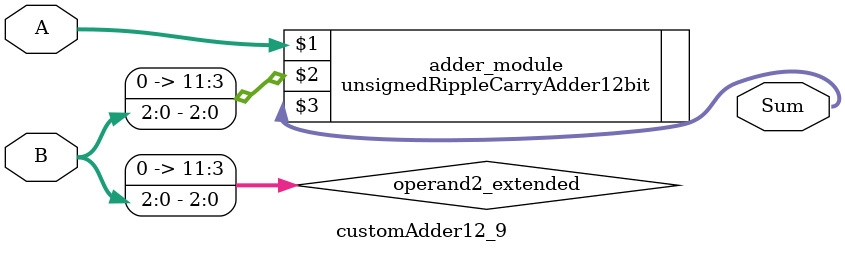
<source format=v>

module customAdder12_9(
                    input [11 : 0] A,
                    input [2 : 0] B,
                    
                    output [12 : 0] Sum
            );

    wire [11 : 0] operand2_extended;
    
    assign operand2_extended =  {9'b0, B};
    
    unsignedRippleCarryAdder12bit adder_module(
        A,
        operand2_extended,
        Sum
    );
    
endmodule
        
</source>
